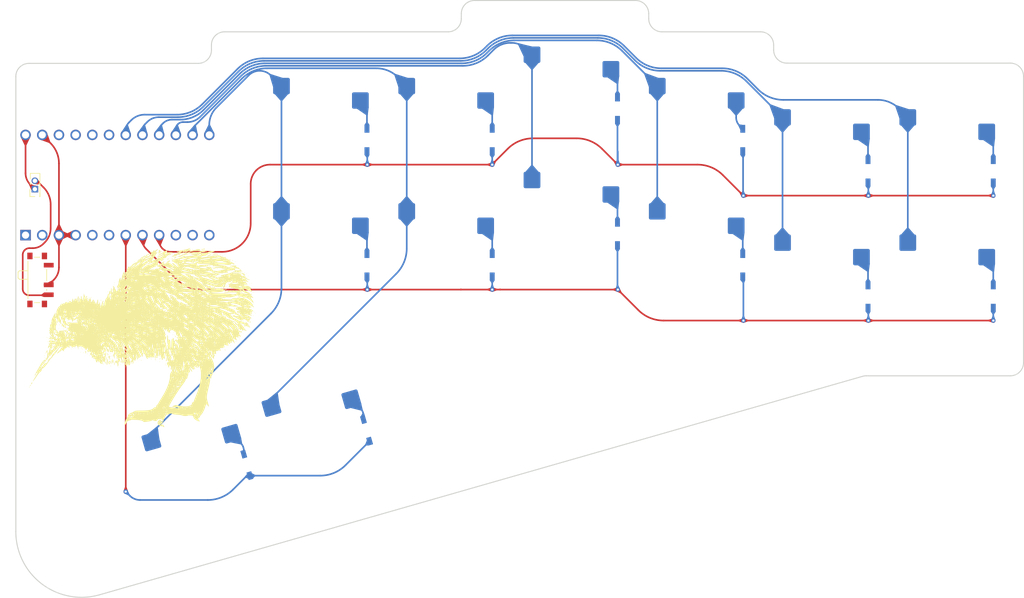
<source format=kicad_pcb>
(kicad_pcb (version 20240108) (generator "pcbnew") (generator_version "8.0")
  (layers (0 "F.Cu" signal) (31 "B.Cu" signal) (34 "B.Paste" user) (35 "F.Paste" user) (36 "B.SilkS" user "B.Silkscreen") (37 "F.SilkS" user "F.Silkscreen") (38 "B.Mask" user) (39 "F.Mask" user) (44 "Edge.Cuts" user))
  (net 0 "")
  (net 1 "Net-(BT301--)")
  (net 2 "Net-(BT301-+)")
  (net 3 "Net-(D301-A)")
  (net 4 "Net-(D302-A)")
  (net 5 "Net-(D303-A)")
  (net 6 "Net-(D304-A)")
  (net 7 "Net-(D305-A)")
  (net 8 "Net-(D306-A)")
  (net 9 "Net-(D307-A)")
  (net 10 "Net-(D308-A)")
  (net 11 "Net-(D309-A)")
  (net 12 "Net-(D310-A)")
  (net 13 "Net-(D311-A)")
  (net 14 "Net-(D312-A)")
  (net 15 "Net-(D313-A)")
  (net 16 "Net-(D314-A)")
  (net 17 "COLUMN 6")
  (net 18 "COLUMN 7")
  (net 19 "COLUMN 8")
  (net 20 "COLUMN 9")
  (net 21 "COLUMN 10")
  (net 22 "COLUMN 11")
  (net 23 "GND3")
  (net 32 "Row 3")
  (net 33 "Row 4")
  (net 34 "Row 5")
  (footprint "PCM_Switch_Keyboard_Hotswap_Kailh:SW_Hotswap_Kailh_Choc_V1" (layer "F.Cu") (at 137.3793 131.7802)
    (property "Reference" "SW310" (hide yes))
    (property "Value" "SW_Push" (hide yes))
  )
  (footprint "PCM_Switch_Keyboard_Hotswap_Kailh:SW_Hotswap_Kailh_Choc_V1" (layer "F.Cu") (at 156.4293 117.4927)
    (property "Reference" "SW303" (hide yes))
    (property "Value" "SW_Push" (hide yes))
  )
  (footprint "PCM_Switch_Keyboard_Hotswap_Kailh:SW_Hotswap_Kailh_Choc_V1" (layer "F.Cu") (at 175.4793 122.2552)
    (property "Reference" "SW302" (hide yes))
    (property "Value" "SW_Push" (hide yes))
  )
  (footprint "PCM_Switch_Keyboard_Hotswap_Kailh:SW_Hotswap_Kailh_Choc_V1" (layer "F.Cu") (at 118.3293 117.4927)
    (property "Reference" "SW305" (hide yes))
    (property "Value" "SW_Push" (hide yes))
  )
  (footprint "Button_Switch_SMD:SW_SPDT_PCM12" (layer "F.Cu") (at 58.954293 140.9802 -90)
    (property "Reference" "SW315" (hide yes))
    (property "Value" "SW_SPST" (hide yes))
  )
  (footprint "PCM_Switch_Keyboard_Hotswap_Kailh:SW_Hotswap_Kailh_Choc_V1" (layer "F.Cu") (at 137.3793 112.7302)
    (property "Reference" "SW304" (hide yes))
    (property "Value" "SW_Push" (hide yes))
  )
  (footprint "PCM_Switch_Keyboard_Hotswap_Kailh:SW_Hotswap_Kailh_Choc_V1" (layer "F.Cu") (at 156.4293 136.5427)
    (property "Reference" "SW309" (hide yes))
    (property "Value" "SW_Push" (hide yes))
  )
  (footprint "PCM_Switch_Keyboard_Hotswap_Kailh:SW_Hotswap_Kailh_Choc_V1" (layer "F.Cu") (at 194.5293 141.3052)
    (property "Reference" "SW307" (hide yes))
    (property "Value" "SW_Push" (hide yes))
  )
  (footprint "PCM_Switch_Keyboard_Hotswap_Kailh:SW_Hotswap_Kailh_Choc_V1" (layer "F.Cu") (at 118.3293 136.5427)
    (property "Reference" "SW311" (hide yes))
    (property "Value" "SW_Push" (hide yes))
  )
  (footprint "PCM_Switch_Keyboard_Hotswap_Kailh:SW_Hotswap_Kailh_Choc_V1" (layer "F.Cu") (at 99.2793 165.1177 16)
    (property "Reference" "SW313" (hide yes))
    (property "Value" "SW_Push" (hide yes))
  )
  (footprint "PCM_Switch_Keyboard_Hotswap_Kailh:SW_Hotswap_Kailh_Choc_V1" (layer "F.Cu") (at 175.4793 141.3052)
    (property "Reference" "SW308" (hide yes))
    (property "Value" "SW_Push" (hide yes))
  )
  (footprint "promicro:ProMicro-NoSilk" (layer "F.Cu") (at 70.8293 126.5427)
    (property "Reference" "U301" (hide yes))
    (property "Value" "ProMicro" (hide yes))
  )
  (footprint "PCM_Switch_Keyboard_Hotswap_Kailh:SW_Hotswap_Kailh_Choc_V1" (layer "F.Cu") (at 99.2793 136.5427)
    (property "Reference" "SW312" (hide yes))
    (property "Value" "SW_Push" (hide yes))
  )
  (footprint "Connector_PinHeader_1.27mm:PinHeader_2x01_P1.27mm_Vertical" (layer "F.Cu") (at 58.279293 127.1677 90)
    (property "Reference" "BT301" (hide yes))
    (property "Value" "Battery_Cell" (hide yes))
  )
  (footprint "PCM_Switch_Keyboard_Hotswap_Kailh:SW_Hotswap_Kailh_Choc_V1" (layer "F.Cu") (at 81.015328 170.35481 16)
    (property "Reference" "SW314" (hide yes))
    (property "Value" "SW_Push" (hide yes))
  )
  (footprint "graphics:kiwi" (layer "F.Cu") (at 76.280301 151.782331 180)
    (property "Reference" "G***" (hide yes))
    (property "Value" "LOGO" (hide yes))
  )
  (footprint "PCM_Switch_Keyboard_Hotswap_Kailh:SW_Hotswap_Kailh_Choc_V1" (layer "F.Cu") (at 194.5293 122.2552)
    (property "Reference" "SW301" (hide yes))
    (property "Value" "SW_Push" (hide yes))
  )
  (footprint "PCM_Switch_Keyboard_Hotswap_Kailh:SW_Hotswap_Kailh_Choc_V1" (layer "F.Cu") (at 99.2793 117.4927)
    (property "Reference" "SW306" (hide yes))
    (property "Value" "SW_Push" (hide yes))
  )
  (footprint "1N4148W:SOD3716X145N" (layer "B.Cu") (at 165.9293 138.7427 90)
    (property "Reference" "D309" (hide yes))
    (property "Value" "D" (hide yes))
  )
  (footprint "1N4148W:SOD3716X145N" (layer "B.Cu") (at 204.0293 124.4552 90)
    (property "Reference" "D301" (hide yes))
    (property "Value" "D" (hide yes))
  )
  (footprint "1N4148W:SOD3716X145N" (layer "B.Cu") (at 146.8793 133.9802 90)
    (property "Reference" "D310" (hide yes))
    (property "Value" "D" (hide yes))
  )
  (footprint "1N4148W:SOD3716X145N" (layer "B.Cu") (at 108.7793 138.7427 90)
    (property "Reference" "D312" (hide yes))
    (property "Value" "D" (hide yes))
  )
  (footprint "1N4148W:SOD3716X145N" (layer "B.Cu") (at 90.515328 169.10481 106)
    (property "Reference" "D314" (hide yes))
    (property "Value" "D" (hide yes))
  )
  (footprint "1N4148W:SOD3716X145N" (layer "B.Cu") (at 146.8793 114.9302 90)
    (property "Reference" "D304" (hide yes))
    (property "Value" "D" (hide yes))
  )
  (footprint "1N4148W:SOD3716X145N" (layer "B.Cu") (at 127.8293 119.6927 90)
    (property "Reference" "D305" (hide yes))
    (property "Value" "D" (hide yes))
  )
  (footprint "1N4148W:SOD3716X145N" (layer "B.Cu") (at 165.9293 119.6927 90)
    (property "Reference" "D303" (hide yes))
    (property "Value" "D" (hide yes))
  )
  (footprint "1N4148W:SOD3716X145N" (layer "B.Cu") (at 108.715328 163.85481 106)
    (property "Reference" "D313" (hide yes))
    (property "Value" "D" (hide yes))
  )
  (footprint "1N4148W:SOD3716X145N" (layer "B.Cu") (at 127.8293 138.7427 90)
    (property "Reference" "D311" (hide yes))
    (property "Value" "D" (hide yes))
  )
  (footprint "1N4148W:SOD3716X145N" (layer "B.Cu") (at 184.9793 124.4552 90)
    (property "Reference" "D302" (hide yes))
    (property "Value" "D" (hide yes))
  )
  (footprint "1N4148W:SOD3716X145N" (layer "B.Cu") (at 204.0293 143.5052 90)
    (property "Reference" "D307" (hide yes))
    (property "Value" "D" (hide yes))
  )
  (footprint "1N4148W:SOD3716X145N" (layer "B.Cu") (at 108.7793 119.6927 90)
    (property "Reference" "D306" (hide yes))
    (property "Value" "D" (hide yes))
  )
  (footprint "1N4148W:SOD3716X145N" (layer "B.Cu") (at 184.9793 143.5052 90)
    (property "Reference" "D308" (hide yes))
    (property "Value" "D" (hide yes))
  )
  (gr_line (start 55.3793 110.0427) (end 55.3793 179.239583) (stroke (width 0.15)) (layer "Edge.Cuts"))
  (gr_line (start 85.1293 106.0427) (end 85.1293 105.2427) (stroke (width 0.15)) (layer "Edge.Cuts"))
  (gr_arc (start 149.6293 98.4802) (mid 151.043525 99.065983) (end 151.6293 100.4802) (stroke (width 0.15)) (layer "Edge.Cuts"))
  (gr_arc (start 208.6293 153.5552) (mid 208.04352 154.969423) (end 206.6293 155.5552) (stroke (width 0.15)) (layer "Edge.Cuts"))
  (gr_line (start 57.3793 108.0427) (end 83.1293 108.0427) (stroke (width 0.15)) (layer "Edge.Cuts"))
  (gr_arc (start 85.1293 106.0427) (mid 84.543508 107.456908) (end 83.1293 108.0427) (stroke (width 0.15)) (layer "Edge.Cuts"))
  (gr_line (start 121.1293 103.2427) (end 87.1293 103.2427) (stroke (width 0.15)) (layer "Edge.Cuts"))
  (gr_line (start 170.6293 105.2427) (end 170.6293 106.0052) (stroke (width 0.15)) (layer "Edge.Cuts"))
  (gr_arc (start 123.1293 101.2427) (mid 122.543508 102.656908) (end 121.1293 103.2427) (stroke (width 0.15)) (layer "Edge.Cuts"))
  (gr_arc (start 55.3793 110.0427) (mid 55.965082 108.628482) (end 57.3793 108.0427) (stroke (width 0.15)) (layer "Edge.Cuts"))
  (gr_arc (start 206.6293 108.0052) (mid 208.043525 108.590983) (end 208.6293 110.0052) (stroke (width 0.15)) (layer "Edge.Cuts"))
  (gr_arc (start 184.15587 155.632677) (mid 184.4288 155.574674) (end 184.707145 155.5552) (stroke (width 0.15)) (layer "Edge.Cuts"))
  (gr_line (start 206.6293 155.5552) (end 184.707145 155.5552) (stroke (width 0.15)) (layer "Edge.Cuts"))
  (gr_arc (start 153.6293 103.2427) (mid 152.215098 102.65691) (end 151.6293 101.2427) (stroke (width 0.15)) (layer "Edge.Cuts"))
  (gr_arc (start 85.1293 105.2427) (mid 85.71508 103.828481) (end 87.1293 103.2427) (stroke (width 0.15)) (layer "Edge.Cuts"))
  (gr_arc (start 123.1293 100.4802) (mid 123.71508 99.065981) (end 125.1293 98.4802) (stroke (width 0.15)) (layer "Edge.Cuts"))
  (gr_line (start 206.6293 108.0052) (end 172.6293 108.0052) (stroke (width 0.15)) (layer "Edge.Cuts"))
  (gr_line (start 184.15587 155.632677) (end 68.131942 188.853269) (stroke (width 0.15)) (layer "Edge.Cuts"))
  (gr_arc (start 168.6293 103.2427) (mid 170.043525 103.828483) (end 170.6293 105.2427) (stroke (width 0.15)) (layer "Edge.Cuts"))
  (gr_line (start 125.1293 98.4802) (end 149.6293 98.4802) (stroke (width 0.15)) (layer "Edge.Cuts"))
  (gr_arc (start 68.131942 188.853269) (mid 59.359584 187.224791) (end 55.3793 179.239583) (stroke (width 0.15)) (layer "Edge.Cuts"))
  (gr_line (start 153.6293 103.2427) (end 168.6293 103.2427) (stroke (width 0.15)) (layer "Edge.Cuts"))
  (gr_line (start 208.6293 110.0052) (end 208.6293 153.5552) (stroke (width 0.15)) (layer "Edge.Cuts"))
  (gr_line (start 123.1293 101.2427) (end 123.1293 100.4802) (stroke (width 0.15)) (layer "Edge.Cuts"))
  (gr_arc (start 172.6293 108.0052) (mid 171.215098 107.41941) (end 170.6293 106.0052) (stroke (width 0.15)) (layer "Edge.Cuts"))
  (gr_line (start 151.6293 100.4802) (end 151.6293 101.2427) (stroke (width 0.15)) (layer "Edge.Cuts"))
  (segment (start 59.793172 135.256579) (end 59.570938 135.478814) (width 0.25) (layer "F.Cu") (net 1))
  (segment (start 60.346793 143.2677) (end 60.384293 143.2302) (width 0.25) (layer "F.Cu") (net 1))
  (segment (start 57.453564 136.1427) (end 57.968176 136.1427) (width 0.25) (layer "F.Cu") (net 1))
  (segment (start 60.679293 129.504128) (end 60.679293 133.117297) (width 0.25) (layer "F.Cu") (net 1))
  (segment (start 58.41055 125.8552) (end 58.2793 125.8552) (width 0.25) (layer "F.Cu") (net 1))
  (segment (start 58.634607 125.948007) (end 59.610546 126.923946) (width 0.25) (layer "F.Cu") (net 1))
  (segment (start 57.389547 143.3052) (end 60.256259 143.3052) (width 0.25) (layer "F.Cu") (net 1))
  (segment (start 56.4293 137.166964) (end 56.4293 142.344952) (width 0.25) (layer "F.Cu") (net 1))
  (arc (start 60.679293 133.117297) (mid 60.448997 134.275068) (end 59.793172 135.256579) (width 0.25) (layer "F.Cu") (net 1))
  (arc (start 58.634607 125.948007) (mid 58.531808 125.879319) (end 58.41055 125.8552) (width 0.25) (layer "F.Cu") (net 1))
  (arc (start 59.610546 126.923946) (mid 60.401534 128.107743) (end 60.679293 129.504128) (width 0.25) (layer "F.Cu") (net 1))
  (arc (start 57.453564 136.1427) (mid 57.061595 136.220667) (end 56.7293 136.4427) (width 0.25) (layer "F.Cu") (net 1))
  (arc (start 56.71055 143.02395) (mid 57.022076 143.232105) (end 57.389547 143.3052) (width 0.25) (layer "F.Cu") (net 1))
  (arc (start 56.4293 142.344952) (mid 56.502394 142.712423) (end 56.71055 143.02395) (width 0.25) (layer "F.Cu") (net 1))
  (arc (start 60.346793 143.2677) (mid 60.305255 143.295454) (end 60.256259 143.3052) (width 0.25) (layer "F.Cu") (net 1))
  (arc (start 59.570938 135.478814) (mid 58.835584 135.970161) (end 57.968176 136.1427) (width 0.25) (layer "F.Cu") (net 1))
  (arc (start 56.7293 136.4427) (mid 56.507267 136.774995) (end 56.4293 137.166964) (width 0.25) (layer "F.Cu") (net 1))
  (segment (start 56.8593 124.743615) (end 56.8593 118.9227) (width 0.25) (layer "F.Cu") (net 2))
  (segment (start 58.2793 127.355203) (end 58.2793 127.5427) (width 0.25) (layer "F.Cu") (net 2))
  (segment (start 57.5693 126.457707) (end 58.146719 127.035126) (width 0.25) (layer "F.Cu") (net 2))
  (arc (start 58.146719 127.035126) (mid 58.244843 127.181978) (end 58.2793 127.355203) (width 0.25) (layer "F.Cu") (net 2))
  (arc (start 56.8593 124.743615) (mid 57.043822 125.671274) (end 57.5693 126.457707) (width 0.25) (layer "F.Cu") (net 2))
  (segment (start 204.0293 120.162306) (end 204.0293 122.7552) (width 0.25) (layer "B.Cu") (net 3))
  (segment (start 203.5293 118.9552) (end 203.0293 118.4552) (width 0.25) (layer "B.Cu") (net 3))
  (arc (start 203.5293 118.9552) (mid 203.899354 119.509025) (end 204.0293 120.162306) (width 0.25) (layer "B.Cu") (net 3))
  (segment (start 184.4793 118.9552) (end 183.9793 118.4552) (width 0.25) (layer "B.Cu") (net 4))
  (segment (start 184.9793 120.162306) (end 184.9793 122.7552) (width 0.25) (layer "B.Cu") (net 4))
  (arc (start 184.4793 118.9552) (mid 184.849354 119.509025) (end 184.9793 120.162306) (width 0.25) (layer "B.Cu") (net 4))
  (segment (start 165.4293 117.4927) (end 165.9293 117.9927) (width 0.25) (layer "B.Cu") (net 5))
  (segment (start 164.9293 116.285593) (end 164.9293 113.6927) (width 0.25) (layer "B.Cu") (net 5))
  (arc (start 164.9293 116.285593) (mid 165.059245 116.938874) (end 165.4293 117.4927) (width 0.25) (layer "B.Cu") (net 5))
  (segment (start 146.3793 109.4302) (end 145.8793 108.9302) (width 0.25) (layer "B.Cu") (net 6))
  (segment (start 146.8793 110.637306) (end 146.8793 113.2302) (width 0.25) (layer "B.Cu") (net 6))
  (arc (start 146.3793 109.4302) (mid 146.749354 109.984025) (end 146.8793 110.637306) (width 0.25) (layer "B.Cu") (net 6))
  (segment (start 127.8293 115.399806) (end 127.8293 117.9927) (width 0.25) (layer "B.Cu") (net 7))
  (segment (start 127.3293 114.1927) (end 126.8293 113.6927) (width 0.25) (layer "B.Cu") (net 7))
  (arc (start 127.3293 114.1927) (mid 127.699354 114.746525) (end 127.8293 115.399806) (width 0.25) (layer "B.Cu") (net 7))
  (segment (start 108.2793 114.1927) (end 107.7793 113.6927) (width 0.25) (layer "B.Cu") (net 8))
  (segment (start 108.7793 115.399806) (end 108.7793 117.9927) (width 0.25) (layer "B.Cu") (net 8))
  (arc (start 108.2793 114.1927) (mid 108.649354 114.746525) (end 108.7793 115.399806) (width 0.25) (layer "B.Cu") (net 8))
  (segment (start 204.0293 139.212306) (end 204.0293 141.8052) (width 0.25) (layer "B.Cu") (net 9))
  (segment (start 203.5293 138.0052) (end 203.0293 137.5052) (width 0.25) (layer "B.Cu") (net 9))
  (arc (start 203.5293 138.0052) (mid 203.899354 138.559025) (end 204.0293 139.212306) (width 0.25) (layer "B.Cu") (net 9))
  (segment (start 184.9793 139.212306) (end 184.9793 141.8052) (width 0.25) (layer "B.Cu") (net 10))
  (segment (start 184.4793 138.0052) (end 183.9793 137.5052) (width 0.25) (layer "B.Cu") (net 10))
  (arc (start 184.4793 138.0052) (mid 184.849354 138.559025) (end 184.9793 139.212306) (width 0.25) (layer "B.Cu") (net 10))
  (segment (start 165.9293 134.449806) (end 165.9293 137.0427) (width 0.25) (layer "B.Cu") (net 11))
  (segment (start 165.4293 133.2427) (end 164.9293 132.7427) (width 0.25) (layer "B.Cu") (net 11))
  (arc (start 165.4293 133.2427) (mid 165.799354 133.796525) (end 165.9293 134.449806) (width 0.25) (layer "B.Cu") (net 11))
  (segment (start 146.8793 129.687306) (end 146.8793 132.2802) (width 0.25) (layer "B.Cu") (net 12))
  (segment (start 146.3793 128.4802) (end 145.8793 127.9802) (width 0.25) (layer "B.Cu") (net 12))
  (arc (start 146.3793 128.4802) (mid 146.749354 129.034025) (end 146.8793 129.687306) (width 0.25) (layer "B.Cu") (net 12))
  (segment (start 127.8293 134.449806) (end 127.8293 137.0427) (width 0.25) (layer "B.Cu") (net 13))
  (segment (start 127.3293 133.2427) (end 126.8293 132.7427) (width 0.25) (layer "B.Cu") (net 13))
  (arc (start 127.3293 133.2427) (mid 127.699354 133.796525) (end 127.8293 134.449806) (width 0.25) (layer "B.Cu") (net 13))
  (segment (start 108.2793 133.2427) (end 107.7793 132.7427) (width 0.25) (layer "B.Cu") (net 14))
  (segment (start 108.7793 134.449806) (end 108.7793 137.0427) (width 0.25) (layer "B.Cu") (net 14))
  (arc (start 108.2793 133.2427) (mid 108.649354 133.796525) (end 108.7793 134.449806) (width 0.25) (layer "B.Cu") (net 14))
  (segment (start 108.246744 161.593397) (end 108.246744 162.220665) (width 0.25) (layer "B.Cu") (net 15))
  (segment (start 107.803198 160.522584) (end 106.402602 159.121988) (width 0.25) (layer "B.Cu") (net 15))
  (arc (start 107.803198 160.522584) (mid 108.13147 161.013877) (end 108.246744 161.593397) (width 0.25) (layer "B.Cu") (net 15))
  (segment (start 89.621259 165.841727) (end 88.13863 164.359098) (width 0.25) (layer "B.Cu") (net 16))
  (segment (start 90.046744 166.868938) (end 90.046744 167.470665) (width 0.25) (layer "B.Cu") (net 16))
  (arc (start 89.621259 165.841727) (mid 89.936164 166.313015) (end 90.046744 166.868938) (width 0.25) (layer "B.Cu") (net 16))
  (segment (start 144.041652 103.7927) (end 130.883263 103.7927) (width 0.25) (layer "B.Cu") (net 17))
  (segment (start 191.0293 116.2552) (end 191.0293 135.3052) (width 0.25) (layer "B.Cu") (net 17))
  (segment (start 92.958631 107.2847) (end 122.883336 107.2847) (width 0.25) (layer "B.Cu") (net 17))
  (segment (start 191.0293 116.2552) (end 189.69805 114.92395) (width 0.25) (layer "B.Cu") (net 17))
  (segment (start 72.939296 116.682677) (end 72.594283 117.02769) (width 0.25) (layer "B.Cu") (net 17))
  (segment (start 172.103921 113.5927) (end 186.484128 113.5927) (width 0.25) (layer "B.Cu") (net 17))
  (segment (start 162.795994 108.7927) (end 153.549579 108.7927) (width 0.25) (layer "B.Cu") (net 17))
  (segment (start 166.64375 110.386492) (end 168.256165 111.998907) (width 0.25) (layer "B.Cu") (net 17))
  (segment (start 147.889408 105.386492) (end 149.701823 107.198907) (width 0.25) (layer "B.Cu") (net 17))
  (segment (start 89.110875 108.878492) (end 83.740479 114.248888) (width 0.25) (layer "B.Cu") (net 17))
  (segment (start 72.0993 118.222687) (end 72.0993 118.9227) (width 0.25) (layer "B.Cu") (net 17))
  (segment (start 79.892723 115.842681) (end 74.967227 115.842681) (width 0.25) (layer "B.Cu") (net 17))
  (segment (start 127.035506 105.386492) (end 126.731092 105.690907) (width 0.25) (layer "B.Cu") (net 17))
  (arc (start 83.740479 114.248888) (mid 81.975113 115.428467) (end 79.892723 115.842681) (width 0.25) (layer "B.Cu") (net 17))
  (arc (start 166.64375 110.386492) (mid 164.878384 109.206913) (end 162.795994 108.7927) (width 0.25) (layer "B.Cu") (net 17))
  (arc (start 126.731092 105.690907) (mid 124.965726 106.870486) (end 122.883336 107.2847) (width 0.25) (layer "B.Cu") (net 17))
  (arc (start 147.889408 105.386492) (mid 146.124042 104.206913) (end 144.041652 103.7927) (width 0.25) (layer "B.Cu") (net 17))
  (arc (start 72.594283 117.02769) (mid 72.227941 117.575959) (end 72.0993 118.222687) (width 0.25) (layer "B.Cu") (net 17))
  (arc (start 189.69805 114.92395) (mid 188.22349 113.93868) (end 186.484128 113.5927) (width 0.25) (layer "B.Cu") (net 17))
  (arc (start 130.883263 103.7927) (mid 128.800872 104.206913) (end 127.035506 105.386492) (width 0.25) (layer "B.Cu") (net 17))
  (arc (start 74.967227 115.842681) (mid 73.869718 116.060988) (end 72.939296 116.682677) (width 0.25) (layer "B.Cu") (net 17))
  (arc (start 92.958631 107.2847) (mid 90.87624 107.698913) (end 89.110875 108.878492) (width 0.25) (layer "B.Cu") (net 17))
  (arc (start 168.256165 111.998907) (mid 170.02153 113.178486) (end 172.103921 113.5927) (width 0.25) (layer "B.Cu") (net 17))
  (arc (start 149.701823 107.198907) (mid 151.467188 108.378486) (end 153.549579 108.7927) (width 0.25) (layer "B.Cu") (net 17))
  (segment (start 131.039421 104.1697) (end 143.885494 104.1697) (width 0.25) (layer "B.Cu") (net 18))
  (segment (start 149.545665 107.575907) (end 147.73325 105.763492) (width 0.25) (layer "B.Cu") (net 18))
  (segment (start 77.136785 116.219681) (end 80.048882 116.219681) (width 0.25) (layer "B.Cu") (net 18))
  (segment (start 171.9793 116.2552) (end 166.487592 110.763492) (width 0.25) (layer "B.Cu") (net 18))
  (segment (start 75.370796 116.951177) (end 75.077715 117.244258) (width 0.25) (layer "B.Cu") (net 18))
  (segment (start 162.639836 109.1697) (end 153.393421 109.1697) (width 0.25) (layer "B.Cu") (net 18))
  (segment (start 89.267033 109.255492) (end 83.896638 114.625888) (width 0.25) (layer "B.Cu") (net 18))
  (segment (start 171.9793 116.2552) (end 171.9793 135.3052) (width 0.25) (layer "B.Cu") (net 18))
  (segment (start 127.191664 105.763492) (end 126.88725 106.067907) (width 0.25) (layer "B.Cu") (net 18))
  (segment (start 123.039494 107.6617) (end 93.114789 107.6617) (width 0.25) (layer "B.Cu") (net 18))
  (segment (start 74.6393 118.302687) (end 74.6393 118.9227) (width 0.25) (layer "B.Cu") (net 18))
  (arc (start 147.73325 105.763492) (mid 145.967884 104.583913) (end 143.885494 104.1697) (width 0.25) (layer "B.Cu") (net 18))
  (arc (start 93.114789 107.6617) (mid 91.032398 108.075913) (end 89.267033 109.255492) (width 0.25) (layer "B.Cu") (net 18))
  (arc (start 131.039421 104.1697) (mid 128.95703 104.583913) (end 127.191664 105.763492) (width 0.25) (layer "B.Cu") (net 18))
  (arc (start 83.896638 114.625888) (mid 82.131272 115.805467) (end 80.048882 116.219681) (width 0.25) (layer "B.Cu") (net 18))
  (arc (start 166.487592 110.763492) (mid 164.722226 109.583913) (end 162.639836 109.1697) (width 0.25) (layer "B.Cu") (net 18))
  (arc (start 75.077715 117.244258) (mid 74.75324 117.729869) (end 74.6393 118.302687) (width 0.25) (layer "B.Cu") (net 18))
  (arc (start 77.136785 116.219681) (mid 76.181038 116.40979) (end 75.370796 116.951177) (width 0.25) (layer "B.Cu") (net 18))
  (arc (start 149.545665 107.575907) (mid 151.31103 108.755486) (end 153.393421 109.1697) (width 0.25) (layer "B.Cu") (net 18))
  (arc (start 126.88725 106.067907) (mid 125.121884 107.247486) (end 123.039494 107.6617) (width 0.25) (layer "B.Cu") (net 18))
  (segment (start 89.423191 109.632492) (end 83.920491 115.135193) (width 0.25) (layer "B.Cu") (net 19))
  (segment (start 77.752296 117.169677) (end 77.596502 117.325471) (width 0.25) (layer "B.Cu") (net 19))
  (segment (start 143.729336 104.5467) (end 131.195579 104.5467) (width 0.25) (layer "B.Cu") (net 19))
  (segment (start 152.9293 111.4927) (end 152.9293 130.5427) (width 0.25) (layer "B.Cu") (net 19))
  (segment (start 77.1793 118.332687) (end 77.1793 118.9227) (width 0.25) (layer "B.Cu") (net 19))
  (segment (start 80.392148 116.596681) (end 79.135632 116.596681) (width 0.25) (layer "B.Cu") (net 19))
  (segment (start 127.347822 106.140492) (end 127.043408 106.444907) (width 0.25) (layer "B.Cu") (net 19))
  (segment (start 93.270947 108.0387) (end 123.195652 108.0387) (width 0.25) (layer "B.Cu") (net 19))
  (segment (start 147.577092 106.140492) (end 152.9293 111.4927) (width 0.25) (layer "B.Cu") (net 19))
  (arc (start 77.596502 117.325471) (mid 77.287727 117.787585) (end 77.1793 118.332687) (width 0.25) (layer "B.Cu") (net 19))
  (arc (start 127.043408 106.444907) (mid 125.278042 107.624486) (end 123.195652 108.0387) (width 0.25) (layer "B.Cu") (net 19))
  (arc (start 93.270947 108.0387) (mid 91.188556 108.452913) (end 89.423191 109.632492) (width 0.25) (layer "B.Cu") (net 19))
  (arc (start 79.135632 116.596681) (mid 78.386976 116.745597) (end 77.752296 117.169677) (width 0.25) (layer "B.Cu") (net 19))
  (arc (start 83.920491 115.135193) (mid 82.301673 116.216852) (end 80.392148 116.596681) (width 0.25) (layer "B.Cu") (net 19))
  (arc (start 131.195579 104.5467) (mid 129.113188 104.960913) (end 127.347822 106.140492) (width 0.25) (layer "B.Cu") (net 19))
  (arc (start 147.577092 106.140492) (mid 145.811726 104.960913) (end 143.729336 104.5467) (width 0.25) (layer "B.Cu") (net 19))
  (segment (start 132.97605 105.82695) (end 133.8793 106.7302) (width 0.25) (layer "B.Cu") (net 20))
  (segment (start 83.416621 116.172221) (end 89.579349 110.009492) (width 0.25) (layer "B.Cu") (net 20))
  (segment (start 127.199566 106.821906) (end 128.045943 105.97553) (width 0.25) (layer "B.Cu") (net 20))
  (segment (start 133.8793 106.7302) (end 133.8793 125.7802) (width 0.25) (layer "B.Cu") (net 20))
  (segment (start 123.35181 108.4157) (end 93.427105 108.4157) (width 0.25) (layer "B.Cu") (net 20))
  (segment (start 81.481727 116.973681) (end 80.793058 116.973681) (width 0.25) (layer "B.Cu") (net 20))
  (segment (start 130.795411 104.9237) (end 130.585287 104.9237) (width 0.25) (layer "B.Cu") (net 20))
  (segment (start 79.7193 118.047439) (end 79.7193 118.9227) (width 0.25) (layer "B.Cu") (net 20))
  (arc (start 132.97605 105.82695) (mid 131.975564 105.158447) (end 130.795411 104.9237) (width 0.25) (layer "B.Cu") (net 20))
  (arc (start 127.199566 106.821906) (mid 125.4342 108.001486) (end 123.35181 108.4157) (width 0.25) (layer "B.Cu") (net 20))
  (arc (start 93.427105 108.4157) (mid 91.344714 108.829913) (end 89.579349 110.009492) (width 0.25) (layer "B.Cu") (net 20))
  (arc (start 83.416621 116.172221) (mid 82.528884 116.765388) (end 81.481727 116.973681) (width 0.25) (layer "B.Cu") (net 20))
  (arc (start 80.793058 116.973681) (mid 80.382148 117.055415) (end 80.033796 117.288177) (width 0.25) (layer "B.Cu") (net 20))
  (arc (start 130.585287 104.9237) (mid 129.211004 105.197061) (end 128.045943 105.97553) (width 0.25) (layer "B.Cu") (net 20))
  (arc (start 80.033796 117.288177) (mid 79.801034 117.636529) (end 79.7193 118.047439) (width 0.25) (layer "B.Cu") (net 20))
  (segment (start 94.722065 158.549934) (end 113.235507 140.036492) (width 0.25) (layer "B.Cu") (net 21))
  (segment (start 82.2593 118.3927) (end 82.2593 118.9227) (width 0.25) (layer "B.Cu") (net 21))
  (segment (start 114.8293 111.4927) (end 113.4793 110.1427) (width 0.25) (layer "B.Cu") (net 21))
  (segment (start 94.26106 159.6629) (end 94.26106 160.314861) (width 0.25) (layer "B.Cu") (net 21))
  (segment (start 114.8293 111.4927) (end 114.8293 130.5427) (width 0.25) (layer "B.Cu") (net 21))
  (segment (start 89.735507 110.386492) (end 82.634066 117.487934) (width 0.25) (layer "B.Cu") (net 21))
  (segment (start 93.583263 108.7927) (end 110.220111 108.7927) (width 0.25) (layer "B.Cu") (net 21))
  (segment (start 114.8293 136.188736) (end 114.8293 130.5427) (width 0.25) (layer "B.Cu") (net 21))
  (arc (start 94.722065 158.549934) (mid 94.380871 159.060567) (end 94.26106 159.6629) (width 0.25) (layer "B.Cu") (net 21))
  (arc (start 82.634066 117.487934) (mid 82.356698 117.903044) (end 82.2593 118.3927) (width 0.25) (layer "B.Cu") (net 21))
  (arc (start 114.8293 136.188736) (mid 114.415086 138.271126) (end 113.235507 140.036492) (width 0.25) (layer "B.Cu") (net 21))
  (arc (start 93.583263 108.7927) (mid 91.500872 109.206913) (end 89.735507 110.386492) (width 0.25) (layer "B.Cu") (net 21))
  (arc (start 113.4793 110.1427) (mid 111.983971 109.143553) (end 110.220111 108.7927) (width 0.25) (layer "B.Cu") (net 21))
  (segment (start 95.7793 142.238736) (end 95.7793 130.5427) (width 0.25) (layer "B.Cu") (net 22))
  (segment (start 84.7993 117.389279) (end 84.7993 118.9227) (width 0.25) (layer "B.Cu") (net 22))
  (segment (start 95.7793 111.4927) (end 94.153097 109.866497) (width 0.25) (layer "B.Cu") (net 22))
  (segment (start 75.997088 164.913441) (end 75.997088 165.551971) (width 0.25) (layer "B.Cu") (net 22))
  (segment (start 95.7793 111.4927) (end 95.7793 130.5427) (width 0.25) (layer "B.Cu") (net 22))
  (segment (start 90.78866 109.866497) (end 85.883592 114.771565) (width 0.25) (layer "B.Cu") (net 22))
  (segment (start 94.185507 146.086492) (end 76.448596 163.823403) (width 0.25) (layer "B.Cu") (net 22))
  (arc (start 92.470879 109.1697) (mid 91.560468 109.350791) (end 90.78866 109.866497) (width 0.25) (layer "B.Cu") (net 22))
  (arc (start 85.883592 114.771565) (mid 85.081098 115.972582) (end 84.7993 117.389279) (width 0.25) (layer "B.Cu") (net 22))
  (arc (start 76.448596 163.823403) (mid 76.114431 164.323516) (end 75.997088 164.913441) (width 0.25) (layer "B.Cu") (net 22))
  (arc (start 94.153097 109.866497) (mid 93.381289 109.350791) (end 92.470879 109.1697) (width 0.25) (layer "B.Cu") (net 22))
  (arc (start 95.7793 142.238736) (mid 95.365086 144.321126) (end 94.185507 146.086492) (width 0.25) (layer "B.Cu") (net 22))
  (segment (start 61.9393 134.1627) (end 61.9393 139.075637) (width 0.25) (layer "F.Cu") (net 23))
  (segment (start 60.059296 141.7302) (end 59.7343 141.7302) (width 0.25) (layer "F.Cu") (net 23))
  (segment (start 61.9393 134.1627) (end 61.9393 123.258751) (width 0.25) (layer "F.Cu") (net 23))
  (segment (start 60.6693 120.1927) (end 59.3993 118.9227) (width 0.25) (layer "F.Cu") (net 23))
  (segment (start 61.161796 140.952696) (end 60.6141 141.500392) (width 0.25) (layer "F.Cu") (net 23))
  (segment (start 61.9393 134.1627) (end 64.4793 134.1627) (width 0.25) (layer "F.Cu") (net 23))
  (arc (start 60.6141 141.500392) (mid 60.359553 141.670474) (end 60.059296 141.7302) (width 0.25) (layer "F.Cu") (net 23))
  (arc (start 61.9393 139.075637) (mid 61.737233 140.091494) (end 61.161796 140.952696) (width 0.25) (layer "F.Cu") (net 23))
  (arc (start 60.6693 120.1927) (mid 61.609237 121.599416) (end 61.9393 123.258751) (width 0.25) (layer "F.Cu") (net 23))
  (segment (start 204.0293 128.1552) (end 185.0293 128.1552) (width 0.25) (layer "F.Cu") (net 32))
  (segment (start 108.8293 123.4427) (end 94.035523 123.4427) (width 0.25) (layer "F.Cu") (net 32))
  (segment (start 91.0993 132.366648) (end 91.0993 126.378923) (width 0.25) (layer "F.Cu") (net 32))
  (segment (start 166.0293 128.1552) (end 162.910592 125.036492) (width 0.25) (layer "F.Cu") (net 32))
  (segment (start 144.523073 121.036473) (end 146.9293 123.4427) (width 0.25) (layer "F.Cu") (net 32))
  (segment (start 108.8293 123.4427) (end 108.7793 123.3927) (width 0.25) (layer "F.Cu") (net 32))
  (segment (start 127.8293 123.417687) (end 127.8293 123.4427) (width 0.25) (layer "F.Cu") (net 32))
  (segment (start 140.675317 119.442681) (end 134.033256 119.442681) (width 0.25) (layer "F.Cu") (net 32))
  (segment (start 77.1793 134.995593) (end 77.1793 134.1627) (width 0.25) (layer "F.Cu") (net 32))
  (segment (start 185.0293 128.1552) (end 166.0293 128.1552) (width 0.25) (layer "F.Cu") (net 32))
  (segment (start 146.9293 123.4427) (end 159.062836 123.4427) (width 0.25) (layer "F.Cu") (net 32))
  (segment (start 78.886406 136.7027) (end 86.763248 136.7027) (width 0.25) (layer "F.Cu") (net 32))
  (segment (start 108.8293 123.4427) (end 127.8293 123.4427) (width 0.25) (layer "F.Cu") (net 32))
  (segment (start 127.846986 123.374987) (end 130.1855 121.036473) (width 0.25) (layer "F.Cu") (net 32))
  (via micro (at 204.0293 128.1552) (size 0.6858) (drill 0.3302) (layers "F.Cu" "B.Cu") (net 32))
  (via micro (at 108.8293 123.4427) (size 0.6858) (drill 0.3302) (layers "F.Cu" "B.Cu") (net 32))
  (via micro (at 146.9293 123.4427) (size 0.6858) (drill 0.3302) (layers "F.Cu" "B.Cu") (net 32))
  (via micro (at 166.0293 128.1552) (size 0.6858) (drill 0.3302) (layers "F.Cu" "B.Cu") (net 32))
  (via micro (at 127.8293 123.4427) (size 0.6858) (drill 0.3302) (layers "F.Cu" "B.Cu") (net 32))
  (via micro (at 185.0293 128.1552) (size 0.6858) (drill 0.3302) (layers "F.Cu" "B.Cu") (net 32))
  (arc (start 162.910592 125.036492) (mid 161.145226 123.856913) (end 159.062836 123.4427) (width 0.25) (layer "F.Cu") (net 32))
  (arc (start 94.035523 123.4427) (mid 92.911879 123.666206) (end 91.9593 124.3027) (width 0.25) (layer "F.Cu") (net 32))
  (arc (start 77.6793 136.2027) (mid 78.233125 136.572754) (end 78.886406 136.7027) (width 0.25) (layer "F.Cu") (net 32))
  (arc (start 91.0993 132.366648) (mid 90.769237 134.025983) (end 89.8293 135.4327) (width 0.25) (layer "F.Cu") (net 32))
  (arc (start 144.523073 121.036473) (mid 142.757707 119.856894) (end 140.675317 119.442681) (width 0.25) (layer "F.Cu") (net 32))
  (arc (start 77.1793 134.995593) (mid 77.309245 135.648874) (end 77.6793 136.2027) (width 0.25) (layer "F.Cu") (net 32))
  (arc (start 89.8293 135.4327) (mid 88.422583 136.372637) (end 86.763248 136.7027) (width 0.25) (layer "F.Cu") (net 32))
  (arc (start 127.846986 123.374987) (mid 127.833896 123.394577) (end 127.8293 123.417687) (width 0.25) (layer "F.Cu") (net 32))
  (arc (start 134.033256 119.442681) (mid 131.950865 119.856894) (end 130.1855 121.036473) (width 0.25) (layer "F.Cu") (net 32))
  (arc (start 91.9593 124.3027) (mid 91.322806 125.255279) (end 91.0993 126.378923) (width 0.25) (layer "F.Cu") (net 32))
  (segment (start 108.8293 123.4427) (end 108.8293 121.4427) (width 0.25) (layer "B.Cu") (net 32))
  (segment (start 185.0293 128.1552) (end 185.0293 126.1552) (width 0.25) (layer "B.Cu") (net 32))
  (segment (start 165.9793 128.069844) (end 165.9793 121.478055) (width 0.25) (layer "B.Cu") (net 32))
  (segment (start 166.0043 128.1302) (end 166.0293 128.1552) (width 0.25) (layer "B.Cu") (net 32))
  (segment (start 127.8293 123.4427) (end 127.8293 121.3927) (width 0.25) (layer "B.Cu") (net 32))
  (segment (start 204.0293 128.1552) (end 204.0293 126.1552) (width 0.25) (layer "B.Cu") (net 32))
  (segment (start 146.9293 123.4427) (end 146.9293 121.4427) (width 0.25) (layer "B.Cu") (net 32))
  (segment (start 165.9543 121.4177) (end 165.9293 121.3927) (width 0.25) (layer "B.Cu") (net 32))
  (segment (start 146.9043 123.4177) (end 146.9293 123.4427) (width 0.25) (layer "B.Cu") (net 32))
  (segment (start 146.8793 123.357344) (end 146.8793 116.6302) (width 0.25) (layer "B.Cu") (net 32))
  (arc (start 165.9543 121.4177) (mid 165.972802 121.445391) (end 165.9793 121.478055) (width 0.25) (layer "B.Cu") (net 32))
  (arc (start 146.8793 123.357344) (mid 146.885797 123.390008) (end 146.9043 123.4177) (width 0.25) (layer "B.Cu") (net 32))
  (arc (start 165.9793 128.069844) (mid 165.985797 128.102508) (end 166.0043 128.1302) (width 0.25) (layer "B.Cu") (net 32))
  (segment (start 123.068006 142.441993) (end 127.8293 142.441993) (width 0.25) (layer "F.Cu") (net 33))
  (segment (start 108.8293 142.4427) (end 83.633263 142.4427) (width 0.25) (layer "F.Cu") (net 33))
  (segment (start 129.0288 142.441993) (end 127.8293 142.441993) (width 0.25) (layer "F.Cu") (net 33))
  (segment (start 146.9293 142.4427) (end 129.030506 142.4427) (width 0.25) (layer "F.Cu") (net 33))
  (segment (start 153.895763 147.1552) (end 166.0293 147.1552) (width 0.25) (layer "F.Cu") (net 33))
  (segment (start 185.0293 147.1552) (end 166.0293 147.1552) (width 0.25) (layer "F.Cu") (net 33))
  (segment (start 75.183772 136.247172) (end 79.785507 140.848907) (width 0.25) (layer "F.Cu") (net 33))
  (segment (start 74.6393 134.9327) (end 74.6393 134.1627) (width 0.25) (layer "F.Cu") (net 33))
  (segment (start 204.0293 147.1552) (end 185.0293 147.1552) (width 0.25) (layer "F.Cu") (net 33))
  (segment (start 150.048007 145.561407) (end 146.9293 142.4427) (width 0.25) (layer "F.Cu") (net 33))
  (segment (start 108.8293 142.4427) (end 123.0663 142.4427) (width 0.25) (layer "F.Cu") (net 33))
  (via micro (at 185.0293 147.1552) (size 0.6858) (drill 0.3302) (layers "F.Cu" "B.Cu") (net 33))
  (via micro (at 127.8293 142.441993) (size 0.6858) (drill 0.3302) (layers "F.Cu" "B.Cu") (net 33))
  (via micro (at 146.9293 142.4427) (size 0.6858) (drill 0.3302) (layers "F.Cu" "B.Cu") (net 33))
  (via micro (at 166.0293 147.1552) (size 0.6858) (drill 0.3302) (layers "F.Cu" "B.Cu") (net 33))
  (via micro (at 108.8293 142.4427) (size 0.6858) (drill 0.3302) (layers "F.Cu" "B.Cu") (net 33))
  (via micro (at 204.0293 147.1552) (size 0.6858) (drill 0.3302) (layers "F.Cu" "B.Cu") (net 33))
  (arc (start 129.029653 142.442346) (mid 129.029261 142.442084) (end 129.0288 142.441993) (width 0.25) (layer "F.Cu") (net 33))
  (arc (start 129.029653 142.442346) (mid 129.030044 142.442607) (end 129.030506 142.4427) (width 0.25) (layer "F.Cu") (net 33))
  (arc (start 123.067153 142.442346) (mid 123.066761 142.442607) (end 123.0663 142.4427) (width 0.25) (layer "F.Cu") (net 33))
  (arc (start 123.068006 142.441993) (mid 123.067544 142.442084) (end 123.067153 142.442346) (width 0.25) (layer "F.Cu") (net 33))
  (arc (start 150.048007 145.561407) (mid 151.813372 146.740986) (end 153.895763 147.1552) (width 0.25) (layer "F.Cu") (net 33))
  (arc (start 79.785507 140.848907) (mid 81.550872 142.028486) (end 83.633263 142.4427) (width 0.25) (layer "F.Cu") (net 33))
  (arc (start 74.6393 134.9327) (mid 74.780803 135.644087) (end 75.183772 136.247172) (width 0.25) (layer "F.Cu") (net 33))
  (segment (start 165.9793 140.4927) (end 165.9293 140.4427) (width 0.25) (layer "B.Cu") (net 33))
  (segment (start 146.8793 142.357344) (end 146.8793 135.6802) (width 0.25) (layer "B.Cu") (net 33))
  (segment (start 127.8293 142.441993) (end 127.8293 140.4427) (width 0.25) (layer "B.Cu") (net 33))
  (segment (start 146.9043 142.4177) (end 146.9293 142.4427) (width 0.25) (layer "B.Cu") (net 33))
  (segment (start 108.8293 142.4427) (end 108.8293 140.4427) (width 0.25) (layer "B.Cu") (net 33))
  (segment (start 166.0293 140.61341) (end 166.0293 147.1552) (width 0.25) (layer "B.Cu") (net 33))
  (segment (start 204.0293 147.1552) (end 204.0293 145.2052) (width 0.25) (layer "B.Cu") (net 33))
  (segment (start 185.0293 147.1552) (end 185.0293 145.1552) (width 0.25) (layer "B.Cu") (net 33))
  (arc (start 146.8793 142.357344) (mid 146.885797 142.390008) (end 146.9043 142.4177) (width 0.25) (layer "B.Cu") (net 33))
  (arc (start 165.9793 140.4927) (mid 166.016305 140.548082) (end 166.0293 140.61341) (width 0.25) (layer "B.Cu") (net 33))
  (segment (start 72.0993 173.1727) (end 72.0993 134.1627) (width 0.25) (layer "F.Cu") (net 34))
  (via micro (at 72.0993 173.1727) (size 0.6858) (drill 0.3302) (layers "F.Cu" "B.Cu") (net 34))
  (segment (start 105.527704 169.145162) (end 109.183912 165.488955) (width 0.25) (layer "B.Cu") (net 34))
  (segment (start 91.209345 170.738955) (end 90.758478 170.738955) (width 0.25) (layer "B.Cu") (net 34))
  (segment (start 72.0993 173.1727) (end 72.7343 173.8077) (width 0.25) (layer "B.Cu") (net 34))
  (segment (start 88.423092 172.848906) (end 90.373639 170.89836) (width 0.25) (layer "B.Cu") (net 34))
  (segment (start 101.679948 170.738955) (end 91.209345 170.738955) (width 0.25) (layer "B.Cu") (net 34))
  (segment (start 84.575336 174.4427) (end 74.267325 174.4427) (width 0.25) (layer "B.Cu") (net 34))
  (arc (start 105.527704 169.145162) (mid 103.762338 170.324741) (end 101.679948 170.738955) (width 0.25) (layer "B.Cu") (net 34))
  (arc (start 90.758478 170.738955) (mid 90.550204 170.780383) (end 90.373639 170.89836) (width 0.25) (layer "B.Cu") (net 34))
  (arc (start 72.7343 173.8077) (mid 73.437657 174.277668) (end 74.267325 174.4427) (width 0.25) (layer "B.Cu") (net 34))
  (arc (start 88.423092 172.848906) (mid 86.657726 174.028486) (end 84.575336 174.4427) (width 0.25) (layer "B.Cu") (net 34))
)
</source>
